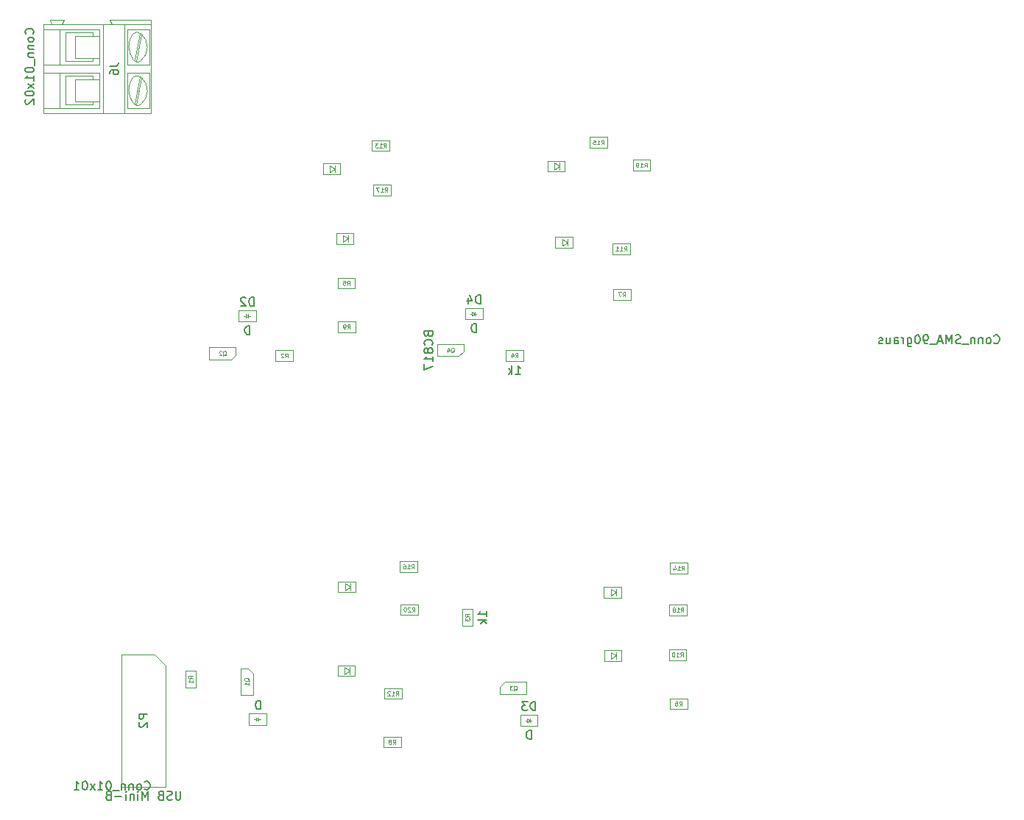
<source format=gbr>
G04 #@! TF.FileFunction,Other,Fab,Bot*
%FSLAX46Y46*%
G04 Gerber Fmt 4.6, Leading zero omitted, Abs format (unit mm)*
G04 Created by KiCad (PCBNEW 4.0.7-e2-6376~58~ubuntu16.04.1) date Fri Jul 20 08:47:31 2018*
%MOMM*%
%LPD*%
G01*
G04 APERTURE LIST*
%ADD10C,0.100000*%
%ADD11C,0.150000*%
%ADD12C,0.075000*%
G04 APERTURE END LIST*
D10*
X184740000Y-113400000D02*
X180930000Y-113400000D01*
X180930000Y-113400000D02*
X180930000Y-128640000D01*
X180930000Y-128640000D02*
X186010000Y-128640000D01*
X186010000Y-128640000D02*
X186010000Y-114670000D01*
X186010000Y-114670000D02*
X184740000Y-113400000D01*
X175600200Y-49749500D02*
X175600200Y-47209500D01*
X175600200Y-47209500D02*
X178390200Y-47209500D01*
X178390200Y-49749500D02*
X178390200Y-47209500D01*
X175600200Y-49749500D02*
X178390200Y-49749500D01*
X175600200Y-44749500D02*
X175600200Y-42209500D01*
X175600200Y-42209500D02*
X178390200Y-42209500D01*
X178390200Y-44749500D02*
X178390200Y-42209500D01*
X175600200Y-44749500D02*
X178390200Y-44749500D01*
X184360200Y-40879500D02*
X181310200Y-40879500D01*
X184360200Y-40879500D02*
X184360200Y-51069500D01*
X184360200Y-40879500D02*
X184360200Y-40379500D01*
X184360200Y-40379500D02*
X179540200Y-40379500D01*
X179540200Y-40379500D02*
X179790200Y-40879500D01*
X172680200Y-40379500D02*
X172930200Y-40879500D01*
X172930200Y-40879500D02*
X171920200Y-40879500D01*
X174330200Y-40379500D02*
X174080200Y-40879500D01*
X174080200Y-40879500D02*
X172930200Y-40879500D01*
X174330200Y-40379500D02*
X172680200Y-40379500D01*
X171920200Y-45509500D02*
X173820200Y-45509500D01*
X178390200Y-41439500D02*
X173820200Y-41439500D01*
X171920200Y-45509500D02*
X171920200Y-41439500D01*
X171920200Y-41439500D02*
X171920200Y-40879500D01*
X171920200Y-46449500D02*
X173820200Y-46449500D01*
X171920200Y-46449500D02*
X171920200Y-45509500D01*
X178390200Y-50509500D02*
X173820200Y-50509500D01*
X171920200Y-51069500D02*
X171920200Y-50509500D01*
X171920200Y-50509500D02*
X171920200Y-46449500D01*
X173820200Y-45509500D02*
X173820200Y-41439500D01*
X173820200Y-45509500D02*
X178390200Y-45509500D01*
X173820200Y-41439500D02*
X171920200Y-41439500D01*
X173820200Y-46449500D02*
X173820200Y-50509500D01*
X173820200Y-46449500D02*
X178390200Y-46449500D01*
X173820200Y-50509500D02*
X171920200Y-50509500D01*
X174460200Y-41819500D02*
X177630200Y-41819500D01*
X174460200Y-41819500D02*
X174460200Y-45129500D01*
X174460200Y-45129500D02*
X177630200Y-45129500D01*
X174460200Y-46829500D02*
X177630200Y-46829500D01*
X174460200Y-46829500D02*
X174460200Y-50129500D01*
X174460200Y-50129500D02*
X177630200Y-50129500D01*
X177630200Y-50129500D02*
X177630200Y-49749500D01*
X177630200Y-46829500D02*
X177630200Y-47209500D01*
X177630200Y-45129500D02*
X177630200Y-44749500D01*
X177630200Y-41819500D02*
X177630200Y-42209500D01*
X171920200Y-51069500D02*
X178780200Y-51069500D01*
X178780200Y-51069500D02*
X181310200Y-51069500D01*
X179790200Y-40879500D02*
X178780200Y-40879500D01*
X178780200Y-40879500D02*
X174080200Y-40879500D01*
X181310200Y-51069500D02*
X181310200Y-40879500D01*
X181310200Y-51069500D02*
X184360200Y-51069500D01*
X181310200Y-40879500D02*
X179790200Y-40879500D01*
X181570200Y-45509500D02*
X184110200Y-45509500D01*
X184110200Y-45509500D02*
X184110200Y-41439500D01*
X184110200Y-41439500D02*
X181570200Y-41439500D01*
X181570200Y-41439500D02*
X181570200Y-45509500D01*
X181570200Y-46449500D02*
X184110200Y-46449500D01*
X181570200Y-46449500D02*
X181570200Y-50509500D01*
X181570200Y-50509500D02*
X184110200Y-50509500D01*
X184110200Y-46449500D02*
X184110200Y-50509500D01*
X182590200Y-45099500D02*
X183220200Y-42049500D01*
X182460200Y-44969500D02*
X183090200Y-41929500D01*
X182590200Y-50109500D02*
X183220200Y-47049500D01*
X182460200Y-49979500D02*
X183090200Y-46929500D01*
X178390200Y-50509500D02*
X178390200Y-50129500D01*
X178390200Y-46449500D02*
X178390200Y-46829500D01*
X178390200Y-46829500D02*
X178390200Y-50129500D01*
X178780200Y-51069500D02*
X178780200Y-50129500D01*
X178780200Y-50129500D02*
X178780200Y-46829500D01*
X178780200Y-46829500D02*
X178780200Y-45129500D01*
X178780200Y-40879500D02*
X178780200Y-41819500D01*
X178780200Y-41819500D02*
X178780200Y-45129500D01*
X178390200Y-41439500D02*
X178390200Y-41819500D01*
X178390200Y-45509500D02*
X178390200Y-45129500D01*
X178390200Y-45129500D02*
X178390200Y-41819500D01*
X182216205Y-42003968D02*
G75*
G02X183190200Y-41949500I513995J-455532D01*
G01*
X182308463Y-44941833D02*
G75*
G02X182260200Y-41959500I1901737J1522333D01*
G01*
X183201887Y-41951261D02*
G75*
G02X183140200Y-45099500I-1351687J-1548239D01*
G01*
X183198899Y-45052472D02*
G75*
G02X182270200Y-44909500I-408699J432972D01*
G01*
X182226204Y-47003880D02*
G75*
G02X183190200Y-46959500I503996J-455620D01*
G01*
X182298782Y-49949329D02*
G75*
G02X182260200Y-46959500I1911418J1519829D01*
G01*
X183211734Y-46949524D02*
G75*
G02X183140200Y-50109500I-1361534J-1549976D01*
G01*
X183198899Y-50052472D02*
G75*
G02X182270200Y-49909500I-408699J432972D01*
G01*
X196053780Y-115588640D02*
X196053780Y-118038640D01*
X195503780Y-115018640D02*
X194653780Y-115018640D01*
X196053780Y-115588640D02*
X195503780Y-115018640D01*
X194653780Y-115018640D02*
X194653780Y-118058640D01*
X196053780Y-118058640D02*
X194653780Y-118058640D01*
X225050000Y-116600000D02*
X227500000Y-116600000D01*
X224480000Y-117150000D02*
X224480000Y-118000000D01*
X225050000Y-116600000D02*
X224480000Y-117150000D01*
X224480000Y-118000000D02*
X227520000Y-118000000D01*
X227520000Y-116600000D02*
X227520000Y-118000000D01*
X193507240Y-79473920D02*
X191057240Y-79473920D01*
X194077240Y-78923920D02*
X194077240Y-78073920D01*
X193507240Y-79473920D02*
X194077240Y-78923920D01*
X194077240Y-78073920D02*
X191037240Y-78073920D01*
X191037240Y-79473920D02*
X191037240Y-78073920D01*
X219737820Y-79090380D02*
X217287820Y-79090380D01*
X220307820Y-78540380D02*
X220307820Y-77690380D01*
X219737820Y-79090380D02*
X220307820Y-78540380D01*
X220307820Y-77690380D02*
X217267820Y-77690380D01*
X217267820Y-79090380D02*
X217267820Y-77690380D01*
X196393300Y-120869340D02*
X196193300Y-120869340D01*
X196693300Y-120869340D02*
X196893300Y-120869340D01*
X196693300Y-120669340D02*
X196693300Y-121069340D01*
X196393300Y-121069340D02*
X196393300Y-120669340D01*
X196693300Y-120869340D02*
X196393300Y-121069340D01*
X196393300Y-120669340D02*
X196693300Y-120869340D01*
X197593300Y-121519340D02*
X197593300Y-120219340D01*
X195593300Y-121519340D02*
X197593300Y-121519340D01*
X195593300Y-120219340D02*
X195593300Y-121519340D01*
X197593300Y-120219340D02*
X195593300Y-120219340D01*
X195222360Y-74453380D02*
X195022360Y-74453380D01*
X195522360Y-74453380D02*
X195722360Y-74453380D01*
X195522360Y-74253380D02*
X195522360Y-74653380D01*
X195222360Y-74653380D02*
X195222360Y-74253380D01*
X195522360Y-74453380D02*
X195222360Y-74653380D01*
X195222360Y-74253380D02*
X195522360Y-74453380D01*
X196422360Y-75103380D02*
X196422360Y-73803380D01*
X194422360Y-75103380D02*
X196422360Y-75103380D01*
X194422360Y-73803380D02*
X194422360Y-75103380D01*
X196422360Y-73803380D02*
X194422360Y-73803380D01*
X227597200Y-121009040D02*
X227397200Y-121009040D01*
X227897200Y-121009040D02*
X228097200Y-121009040D01*
X227897200Y-120809040D02*
X227897200Y-121209040D01*
X227597200Y-121209040D02*
X227597200Y-120809040D01*
X227897200Y-121009040D02*
X227597200Y-121209040D01*
X227597200Y-120809040D02*
X227897200Y-121009040D01*
X228797200Y-121659040D02*
X228797200Y-120359040D01*
X226797200Y-121659040D02*
X228797200Y-121659040D01*
X226797200Y-120359040D02*
X226797200Y-121659040D01*
X228797200Y-120359040D02*
X226797200Y-120359040D01*
X221272600Y-74189220D02*
X221072600Y-74189220D01*
X221572600Y-74189220D02*
X221772600Y-74189220D01*
X221572600Y-73989220D02*
X221572600Y-74389220D01*
X221272600Y-74389220D02*
X221272600Y-73989220D01*
X221572600Y-74189220D02*
X221272600Y-74389220D01*
X221272600Y-73989220D02*
X221572600Y-74189220D01*
X222472600Y-74839220D02*
X222472600Y-73539220D01*
X220472600Y-74839220D02*
X222472600Y-74839220D01*
X220472600Y-73539220D02*
X220472600Y-74839220D01*
X222472600Y-73539220D02*
X220472600Y-73539220D01*
X207200000Y-114900000D02*
X207200000Y-115700000D01*
X207200000Y-115300000D02*
X206600000Y-114900000D01*
X206600000Y-115700000D02*
X207200000Y-115300000D01*
X206600000Y-114900000D02*
X206600000Y-115700000D01*
X207800000Y-115920000D02*
X207800000Y-114680000D01*
X205800000Y-115920000D02*
X207800000Y-115920000D01*
X205800000Y-114680000D02*
X205800000Y-115920000D01*
X207800000Y-114680000D02*
X205800000Y-114680000D01*
X207018680Y-65135440D02*
X207018680Y-65935440D01*
X207018680Y-65535440D02*
X206418680Y-65135440D01*
X206418680Y-65935440D02*
X207018680Y-65535440D01*
X206418680Y-65135440D02*
X206418680Y-65935440D01*
X207618680Y-66155440D02*
X207618680Y-64915440D01*
X205618680Y-66155440D02*
X207618680Y-66155440D01*
X205618680Y-64915440D02*
X205618680Y-66155440D01*
X207618680Y-64915440D02*
X205618680Y-64915440D01*
X237851740Y-113138900D02*
X237851740Y-113938900D01*
X237851740Y-113538900D02*
X237251740Y-113138900D01*
X237251740Y-113938900D02*
X237851740Y-113538900D01*
X237251740Y-113138900D02*
X237251740Y-113938900D01*
X238451740Y-114158900D02*
X238451740Y-112918900D01*
X236451740Y-114158900D02*
X238451740Y-114158900D01*
X236451740Y-112918900D02*
X236451740Y-114158900D01*
X238451740Y-112918900D02*
X236451740Y-112918900D01*
X232220560Y-65582480D02*
X232220560Y-66382480D01*
X232220560Y-65982480D02*
X231620560Y-65582480D01*
X231620560Y-66382480D02*
X232220560Y-65982480D01*
X231620560Y-65582480D02*
X231620560Y-66382480D01*
X232820560Y-66602480D02*
X232820560Y-65362480D01*
X230820560Y-66602480D02*
X232820560Y-66602480D01*
X230820560Y-65362480D02*
X230820560Y-66602480D01*
X232820560Y-65362480D02*
X230820560Y-65362480D01*
X207229500Y-105224260D02*
X207229500Y-106024260D01*
X207229500Y-105624260D02*
X206629500Y-105224260D01*
X206629500Y-106024260D02*
X207229500Y-105624260D01*
X206629500Y-105224260D02*
X206629500Y-106024260D01*
X207829500Y-106244260D02*
X207829500Y-105004260D01*
X205829500Y-106244260D02*
X207829500Y-106244260D01*
X205829500Y-105004260D02*
X205829500Y-106244260D01*
X207829500Y-105004260D02*
X205829500Y-105004260D01*
X205515000Y-57119200D02*
X205515000Y-57919200D01*
X205515000Y-57519200D02*
X204915000Y-57119200D01*
X204915000Y-57919200D02*
X205515000Y-57519200D01*
X204915000Y-57119200D02*
X204915000Y-57919200D01*
X206115000Y-58139200D02*
X206115000Y-56899200D01*
X204115000Y-58139200D02*
X206115000Y-58139200D01*
X204115000Y-56899200D02*
X204115000Y-58139200D01*
X206115000Y-56899200D02*
X204115000Y-56899200D01*
X237811100Y-105869420D02*
X237811100Y-106669420D01*
X237811100Y-106269420D02*
X237211100Y-105869420D01*
X237211100Y-106669420D02*
X237811100Y-106269420D01*
X237211100Y-105869420D02*
X237211100Y-106669420D01*
X238411100Y-106889420D02*
X238411100Y-105649420D01*
X236411100Y-106889420D02*
X238411100Y-106889420D01*
X236411100Y-105649420D02*
X236411100Y-106889420D01*
X238411100Y-105649420D02*
X236411100Y-105649420D01*
X231326480Y-56809320D02*
X231326480Y-57609320D01*
X231326480Y-57209320D02*
X230726480Y-56809320D01*
X230726480Y-57609320D02*
X231326480Y-57209320D01*
X230726480Y-56809320D02*
X230726480Y-57609320D01*
X231926480Y-57829320D02*
X231926480Y-56589320D01*
X229926480Y-57829320D02*
X231926480Y-57829320D01*
X229926480Y-56589320D02*
X229926480Y-57829320D01*
X231926480Y-56589320D02*
X229926480Y-56589320D01*
X207786320Y-71296400D02*
X207786320Y-70056400D01*
X205786320Y-71296400D02*
X207786320Y-71296400D01*
X205786320Y-70056400D02*
X205786320Y-71296400D01*
X207786320Y-70056400D02*
X205786320Y-70056400D01*
X243893940Y-112824920D02*
X243893940Y-114064920D01*
X245893940Y-112824920D02*
X243893940Y-112824920D01*
X245893940Y-114064920D02*
X245893940Y-112824920D01*
X243893940Y-114064920D02*
X245893940Y-114064920D01*
X211150800Y-117302940D02*
X211150800Y-118542940D01*
X213150800Y-117302940D02*
X211150800Y-117302940D01*
X213150800Y-118542940D02*
X213150800Y-117302940D01*
X211150800Y-118542940D02*
X213150800Y-118542940D01*
X237414400Y-66119400D02*
X237414400Y-67359400D01*
X239414400Y-66119400D02*
X237414400Y-66119400D01*
X239414400Y-67359400D02*
X239414400Y-66119400D01*
X237414400Y-67359400D02*
X239414400Y-67359400D01*
X207842200Y-76325600D02*
X207842200Y-75085600D01*
X205842200Y-76325600D02*
X207842200Y-76325600D01*
X205842200Y-75085600D02*
X205842200Y-76325600D01*
X207842200Y-75085600D02*
X205842200Y-75085600D01*
X244003160Y-118466260D02*
X244003160Y-119706260D01*
X246003160Y-118466260D02*
X244003160Y-118466260D01*
X246003160Y-119706260D02*
X246003160Y-118466260D01*
X244003160Y-119706260D02*
X246003160Y-119706260D01*
X211066980Y-122890940D02*
X211066980Y-124130940D01*
X213066980Y-122890940D02*
X211066980Y-122890940D01*
X213066980Y-124130940D02*
X213066980Y-122890940D01*
X211066980Y-124130940D02*
X213066980Y-124130940D01*
X237490600Y-71377200D02*
X237490600Y-72617200D01*
X239490600Y-71377200D02*
X237490600Y-71377200D01*
X239490600Y-72617200D02*
X239490600Y-71377200D01*
X237490600Y-72617200D02*
X239490600Y-72617200D01*
X209900000Y-59330000D02*
X209900000Y-60570000D01*
X211900000Y-59330000D02*
X209900000Y-59330000D01*
X211900000Y-60570000D02*
X211900000Y-59330000D01*
X209900000Y-60570000D02*
X211900000Y-60570000D01*
X244041260Y-102883360D02*
X244041260Y-104123360D01*
X246041260Y-102883360D02*
X244041260Y-102883360D01*
X246041260Y-104123360D02*
X246041260Y-102883360D01*
X244041260Y-104123360D02*
X246041260Y-104123360D01*
X239750000Y-56480000D02*
X239750000Y-57720000D01*
X241750000Y-56480000D02*
X239750000Y-56480000D01*
X241750000Y-57720000D02*
X241750000Y-56480000D01*
X239750000Y-57720000D02*
X241750000Y-57720000D01*
X209750000Y-54205000D02*
X209750000Y-55445000D01*
X211750000Y-54205000D02*
X209750000Y-54205000D01*
X211750000Y-55445000D02*
X211750000Y-54205000D01*
X209750000Y-55445000D02*
X211750000Y-55445000D01*
X243965060Y-107683960D02*
X243965060Y-108923960D01*
X245965060Y-107683960D02*
X243965060Y-107683960D01*
X245965060Y-108923960D02*
X245965060Y-107683960D01*
X243965060Y-108923960D02*
X245965060Y-108923960D01*
X213025000Y-107630000D02*
X213025000Y-108870000D01*
X215025000Y-107630000D02*
X213025000Y-107630000D01*
X215025000Y-108870000D02*
X215025000Y-107630000D01*
X213025000Y-108870000D02*
X215025000Y-108870000D01*
X236775000Y-55095000D02*
X236775000Y-53855000D01*
X234775000Y-55095000D02*
X236775000Y-55095000D01*
X234775000Y-53855000D02*
X234775000Y-55095000D01*
X236775000Y-53855000D02*
X234775000Y-53855000D01*
X189524720Y-115274480D02*
X188284720Y-115274480D01*
X189524720Y-117274480D02*
X189524720Y-115274480D01*
X188284720Y-117274480D02*
X189524720Y-117274480D01*
X188284720Y-115274480D02*
X188284720Y-117274480D01*
X221348380Y-108149780D02*
X220108380Y-108149780D01*
X221348380Y-110149780D02*
X221348380Y-108149780D01*
X220108380Y-110149780D02*
X221348380Y-110149780D01*
X220108380Y-108149780D02*
X220108380Y-110149780D01*
X200661620Y-79650460D02*
X200661620Y-78410460D01*
X198661620Y-79650460D02*
X200661620Y-79650460D01*
X198661620Y-78410460D02*
X198661620Y-79650460D01*
X200661620Y-78410460D02*
X198661620Y-78410460D01*
X227146200Y-79602200D02*
X227146200Y-78362200D01*
X225146200Y-79602200D02*
X227146200Y-79602200D01*
X225146200Y-78362200D02*
X225146200Y-79602200D01*
X227146200Y-78362200D02*
X225146200Y-78362200D01*
X212954200Y-102705560D02*
X212954200Y-103945560D01*
X214954200Y-102705560D02*
X212954200Y-102705560D01*
X214954200Y-103945560D02*
X214954200Y-102705560D01*
X212954200Y-103945560D02*
X214954200Y-103945560D01*
D11*
X187731904Y-129152381D02*
X187731904Y-129961905D01*
X187684285Y-130057143D01*
X187636666Y-130104762D01*
X187541428Y-130152381D01*
X187350951Y-130152381D01*
X187255713Y-130104762D01*
X187208094Y-130057143D01*
X187160475Y-129961905D01*
X187160475Y-129152381D01*
X186731904Y-130104762D02*
X186589047Y-130152381D01*
X186350951Y-130152381D01*
X186255713Y-130104762D01*
X186208094Y-130057143D01*
X186160475Y-129961905D01*
X186160475Y-129866667D01*
X186208094Y-129771429D01*
X186255713Y-129723810D01*
X186350951Y-129676190D01*
X186541428Y-129628571D01*
X186636666Y-129580952D01*
X186684285Y-129533333D01*
X186731904Y-129438095D01*
X186731904Y-129342857D01*
X186684285Y-129247619D01*
X186636666Y-129200000D01*
X186541428Y-129152381D01*
X186303332Y-129152381D01*
X186160475Y-129200000D01*
X185398570Y-129628571D02*
X185255713Y-129676190D01*
X185208094Y-129723810D01*
X185160475Y-129819048D01*
X185160475Y-129961905D01*
X185208094Y-130057143D01*
X185255713Y-130104762D01*
X185350951Y-130152381D01*
X185731904Y-130152381D01*
X185731904Y-129152381D01*
X185398570Y-129152381D01*
X185303332Y-129200000D01*
X185255713Y-129247619D01*
X185208094Y-129342857D01*
X185208094Y-129438095D01*
X185255713Y-129533333D01*
X185303332Y-129580952D01*
X185398570Y-129628571D01*
X185731904Y-129628571D01*
X183969999Y-130152381D02*
X183969999Y-129152381D01*
X183636665Y-129866667D01*
X183303332Y-129152381D01*
X183303332Y-130152381D01*
X182827142Y-130152381D02*
X182827142Y-129485714D01*
X182827142Y-129152381D02*
X182874761Y-129200000D01*
X182827142Y-129247619D01*
X182779523Y-129200000D01*
X182827142Y-129152381D01*
X182827142Y-129247619D01*
X182350952Y-129485714D02*
X182350952Y-130152381D01*
X182350952Y-129580952D02*
X182303333Y-129533333D01*
X182208095Y-129485714D01*
X182065237Y-129485714D01*
X181969999Y-129533333D01*
X181922380Y-129628571D01*
X181922380Y-130152381D01*
X181446190Y-130152381D02*
X181446190Y-129485714D01*
X181446190Y-129152381D02*
X181493809Y-129200000D01*
X181446190Y-129247619D01*
X181398571Y-129200000D01*
X181446190Y-129152381D01*
X181446190Y-129247619D01*
X180970000Y-129771429D02*
X180208095Y-129771429D01*
X179398571Y-129628571D02*
X179255714Y-129676190D01*
X179208095Y-129723810D01*
X179160476Y-129819048D01*
X179160476Y-129961905D01*
X179208095Y-130057143D01*
X179255714Y-130104762D01*
X179350952Y-130152381D01*
X179731905Y-130152381D01*
X179731905Y-129152381D01*
X179398571Y-129152381D01*
X179303333Y-129200000D01*
X179255714Y-129247619D01*
X179208095Y-129342857D01*
X179208095Y-129438095D01*
X179255714Y-129533333D01*
X179303333Y-129580952D01*
X179398571Y-129628571D01*
X179731905Y-129628571D01*
X183922381Y-120281905D02*
X182922381Y-120281905D01*
X182922381Y-120662858D01*
X182970000Y-120758096D01*
X183017619Y-120805715D01*
X183112857Y-120853334D01*
X183255714Y-120853334D01*
X183350952Y-120805715D01*
X183398571Y-120758096D01*
X183446190Y-120662858D01*
X183446190Y-120281905D01*
X183017619Y-121234286D02*
X182970000Y-121281905D01*
X182922381Y-121377143D01*
X182922381Y-121615239D01*
X182970000Y-121710477D01*
X183017619Y-121758096D01*
X183112857Y-121805715D01*
X183208095Y-121805715D01*
X183350952Y-121758096D01*
X183922381Y-121186667D01*
X183922381Y-121805715D01*
X183578095Y-128907143D02*
X183625714Y-128954762D01*
X183768571Y-129002381D01*
X183863809Y-129002381D01*
X184006667Y-128954762D01*
X184101905Y-128859524D01*
X184149524Y-128764286D01*
X184197143Y-128573810D01*
X184197143Y-128430952D01*
X184149524Y-128240476D01*
X184101905Y-128145238D01*
X184006667Y-128050000D01*
X183863809Y-128002381D01*
X183768571Y-128002381D01*
X183625714Y-128050000D01*
X183578095Y-128097619D01*
X183006667Y-129002381D02*
X183101905Y-128954762D01*
X183149524Y-128907143D01*
X183197143Y-128811905D01*
X183197143Y-128526190D01*
X183149524Y-128430952D01*
X183101905Y-128383333D01*
X183006667Y-128335714D01*
X182863809Y-128335714D01*
X182768571Y-128383333D01*
X182720952Y-128430952D01*
X182673333Y-128526190D01*
X182673333Y-128811905D01*
X182720952Y-128907143D01*
X182768571Y-128954762D01*
X182863809Y-129002381D01*
X183006667Y-129002381D01*
X182244762Y-128335714D02*
X182244762Y-129002381D01*
X182244762Y-128430952D02*
X182197143Y-128383333D01*
X182101905Y-128335714D01*
X181959047Y-128335714D01*
X181863809Y-128383333D01*
X181816190Y-128478571D01*
X181816190Y-129002381D01*
X181340000Y-128335714D02*
X181340000Y-129002381D01*
X181340000Y-128430952D02*
X181292381Y-128383333D01*
X181197143Y-128335714D01*
X181054285Y-128335714D01*
X180959047Y-128383333D01*
X180911428Y-128478571D01*
X180911428Y-129002381D01*
X180673333Y-129097619D02*
X179911428Y-129097619D01*
X179482857Y-128002381D02*
X179387618Y-128002381D01*
X179292380Y-128050000D01*
X179244761Y-128097619D01*
X179197142Y-128192857D01*
X179149523Y-128383333D01*
X179149523Y-128621429D01*
X179197142Y-128811905D01*
X179244761Y-128907143D01*
X179292380Y-128954762D01*
X179387618Y-129002381D01*
X179482857Y-129002381D01*
X179578095Y-128954762D01*
X179625714Y-128907143D01*
X179673333Y-128811905D01*
X179720952Y-128621429D01*
X179720952Y-128383333D01*
X179673333Y-128192857D01*
X179625714Y-128097619D01*
X179578095Y-128050000D01*
X179482857Y-128002381D01*
X178197142Y-129002381D02*
X178768571Y-129002381D01*
X178482857Y-129002381D02*
X178482857Y-128002381D01*
X178578095Y-128145238D01*
X178673333Y-128240476D01*
X178768571Y-128288095D01*
X177863809Y-129002381D02*
X177339999Y-128335714D01*
X177863809Y-128335714D02*
X177339999Y-129002381D01*
X176768571Y-128002381D02*
X176673332Y-128002381D01*
X176578094Y-128050000D01*
X176530475Y-128097619D01*
X176482856Y-128192857D01*
X176435237Y-128383333D01*
X176435237Y-128621429D01*
X176482856Y-128811905D01*
X176530475Y-128907143D01*
X176578094Y-128954762D01*
X176673332Y-129002381D01*
X176768571Y-129002381D01*
X176863809Y-128954762D01*
X176911428Y-128907143D01*
X176959047Y-128811905D01*
X177006666Y-128621429D01*
X177006666Y-128383333D01*
X176959047Y-128192857D01*
X176911428Y-128097619D01*
X176863809Y-128050000D01*
X176768571Y-128002381D01*
X175482856Y-129002381D02*
X176054285Y-129002381D01*
X175768571Y-129002381D02*
X175768571Y-128002381D01*
X175863809Y-128145238D01*
X175959047Y-128240476D01*
X176054285Y-128288095D01*
X170747343Y-41971405D02*
X170794962Y-41923786D01*
X170842581Y-41780929D01*
X170842581Y-41685691D01*
X170794962Y-41542833D01*
X170699724Y-41447595D01*
X170604486Y-41399976D01*
X170414010Y-41352357D01*
X170271152Y-41352357D01*
X170080676Y-41399976D01*
X169985438Y-41447595D01*
X169890200Y-41542833D01*
X169842581Y-41685691D01*
X169842581Y-41780929D01*
X169890200Y-41923786D01*
X169937819Y-41971405D01*
X170842581Y-42542833D02*
X170794962Y-42447595D01*
X170747343Y-42399976D01*
X170652105Y-42352357D01*
X170366390Y-42352357D01*
X170271152Y-42399976D01*
X170223533Y-42447595D01*
X170175914Y-42542833D01*
X170175914Y-42685691D01*
X170223533Y-42780929D01*
X170271152Y-42828548D01*
X170366390Y-42876167D01*
X170652105Y-42876167D01*
X170747343Y-42828548D01*
X170794962Y-42780929D01*
X170842581Y-42685691D01*
X170842581Y-42542833D01*
X170175914Y-43304738D02*
X170842581Y-43304738D01*
X170271152Y-43304738D02*
X170223533Y-43352357D01*
X170175914Y-43447595D01*
X170175914Y-43590453D01*
X170223533Y-43685691D01*
X170318771Y-43733310D01*
X170842581Y-43733310D01*
X170175914Y-44209500D02*
X170842581Y-44209500D01*
X170271152Y-44209500D02*
X170223533Y-44257119D01*
X170175914Y-44352357D01*
X170175914Y-44495215D01*
X170223533Y-44590453D01*
X170318771Y-44638072D01*
X170842581Y-44638072D01*
X170937819Y-44876167D02*
X170937819Y-45638072D01*
X169842581Y-46066643D02*
X169842581Y-46161882D01*
X169890200Y-46257120D01*
X169937819Y-46304739D01*
X170033057Y-46352358D01*
X170223533Y-46399977D01*
X170461629Y-46399977D01*
X170652105Y-46352358D01*
X170747343Y-46304739D01*
X170794962Y-46257120D01*
X170842581Y-46161882D01*
X170842581Y-46066643D01*
X170794962Y-45971405D01*
X170747343Y-45923786D01*
X170652105Y-45876167D01*
X170461629Y-45828548D01*
X170223533Y-45828548D01*
X170033057Y-45876167D01*
X169937819Y-45923786D01*
X169890200Y-45971405D01*
X169842581Y-46066643D01*
X170842581Y-47352358D02*
X170842581Y-46780929D01*
X170842581Y-47066643D02*
X169842581Y-47066643D01*
X169985438Y-46971405D01*
X170080676Y-46876167D01*
X170128295Y-46780929D01*
X170842581Y-47685691D02*
X170175914Y-48209501D01*
X170175914Y-47685691D02*
X170842581Y-48209501D01*
X169842581Y-48780929D02*
X169842581Y-48876168D01*
X169890200Y-48971406D01*
X169937819Y-49019025D01*
X170033057Y-49066644D01*
X170223533Y-49114263D01*
X170461629Y-49114263D01*
X170652105Y-49066644D01*
X170747343Y-49019025D01*
X170794962Y-48971406D01*
X170842581Y-48876168D01*
X170842581Y-48780929D01*
X170794962Y-48685691D01*
X170747343Y-48638072D01*
X170652105Y-48590453D01*
X170461629Y-48542834D01*
X170223533Y-48542834D01*
X170033057Y-48590453D01*
X169937819Y-48638072D01*
X169890200Y-48685691D01*
X169842581Y-48780929D01*
X169937819Y-49495215D02*
X169890200Y-49542834D01*
X169842581Y-49638072D01*
X169842581Y-49876168D01*
X169890200Y-49971406D01*
X169937819Y-50019025D01*
X170033057Y-50066644D01*
X170128295Y-50066644D01*
X170271152Y-50019025D01*
X170842581Y-49447596D01*
X170842581Y-50066644D01*
X179592581Y-45656167D02*
X180306867Y-45656167D01*
X180449724Y-45608547D01*
X180544962Y-45513309D01*
X180592581Y-45370452D01*
X180592581Y-45275214D01*
X179592581Y-46560929D02*
X179592581Y-46370452D01*
X179640200Y-46275214D01*
X179687819Y-46227595D01*
X179830676Y-46132357D01*
X180021152Y-46084738D01*
X180402105Y-46084738D01*
X180497343Y-46132357D01*
X180544962Y-46179976D01*
X180592581Y-46275214D01*
X180592581Y-46465691D01*
X180544962Y-46560929D01*
X180497343Y-46608548D01*
X180402105Y-46656167D01*
X180164010Y-46656167D01*
X180068771Y-46608548D01*
X180021152Y-46560929D01*
X179973533Y-46465691D01*
X179973533Y-46275214D01*
X180021152Y-46179976D01*
X180068771Y-46132357D01*
X180164010Y-46084738D01*
D12*
X195627590Y-116491021D02*
X195603780Y-116443402D01*
X195556161Y-116395783D01*
X195484732Y-116324354D01*
X195460923Y-116276735D01*
X195460923Y-116229116D01*
X195579970Y-116252926D02*
X195556161Y-116205307D01*
X195508542Y-116157688D01*
X195413304Y-116133878D01*
X195246637Y-116133878D01*
X195151399Y-116157688D01*
X195103780Y-116205307D01*
X195079970Y-116252926D01*
X195079970Y-116348164D01*
X195103780Y-116395783D01*
X195151399Y-116443402D01*
X195246637Y-116467211D01*
X195413304Y-116467211D01*
X195508542Y-116443402D01*
X195556161Y-116395783D01*
X195579970Y-116348164D01*
X195579970Y-116252926D01*
X195579970Y-116943402D02*
X195579970Y-116657688D01*
X195579970Y-116800545D02*
X195079970Y-116800545D01*
X195151399Y-116752926D01*
X195199018Y-116705307D01*
X195222828Y-116657688D01*
X226047619Y-117573810D02*
X226095238Y-117550000D01*
X226142857Y-117502381D01*
X226214286Y-117430952D01*
X226261905Y-117407143D01*
X226309524Y-117407143D01*
X226285714Y-117526190D02*
X226333333Y-117502381D01*
X226380952Y-117454762D01*
X226404762Y-117359524D01*
X226404762Y-117192857D01*
X226380952Y-117097619D01*
X226333333Y-117050000D01*
X226285714Y-117026190D01*
X226190476Y-117026190D01*
X226142857Y-117050000D01*
X226095238Y-117097619D01*
X226071429Y-117192857D01*
X226071429Y-117359524D01*
X226095238Y-117454762D01*
X226142857Y-117502381D01*
X226190476Y-117526190D01*
X226285714Y-117526190D01*
X225904761Y-117026190D02*
X225595238Y-117026190D01*
X225761904Y-117216667D01*
X225690476Y-117216667D01*
X225642857Y-117240476D01*
X225619047Y-117264286D01*
X225595238Y-117311905D01*
X225595238Y-117430952D01*
X225619047Y-117478571D01*
X225642857Y-117502381D01*
X225690476Y-117526190D01*
X225833333Y-117526190D01*
X225880952Y-117502381D01*
X225904761Y-117478571D01*
X192604859Y-79047730D02*
X192652478Y-79023920D01*
X192700097Y-78976301D01*
X192771526Y-78904872D01*
X192819145Y-78881063D01*
X192866764Y-78881063D01*
X192842954Y-79000110D02*
X192890573Y-78976301D01*
X192938192Y-78928682D01*
X192962002Y-78833444D01*
X192962002Y-78666777D01*
X192938192Y-78571539D01*
X192890573Y-78523920D01*
X192842954Y-78500110D01*
X192747716Y-78500110D01*
X192700097Y-78523920D01*
X192652478Y-78571539D01*
X192628669Y-78666777D01*
X192628669Y-78833444D01*
X192652478Y-78928682D01*
X192700097Y-78976301D01*
X192747716Y-79000110D01*
X192842954Y-79000110D01*
X192438192Y-78547730D02*
X192414382Y-78523920D01*
X192366763Y-78500110D01*
X192247716Y-78500110D01*
X192200097Y-78523920D01*
X192176287Y-78547730D01*
X192152478Y-78595349D01*
X192152478Y-78642968D01*
X192176287Y-78714396D01*
X192462001Y-79000110D01*
X192152478Y-79000110D01*
D11*
X216216391Y-76533238D02*
X216264010Y-76676095D01*
X216311630Y-76723714D01*
X216406868Y-76771333D01*
X216549725Y-76771333D01*
X216644963Y-76723714D01*
X216692582Y-76676095D01*
X216740201Y-76580857D01*
X216740201Y-76199904D01*
X215740201Y-76199904D01*
X215740201Y-76533238D01*
X215787820Y-76628476D01*
X215835439Y-76676095D01*
X215930677Y-76723714D01*
X216025915Y-76723714D01*
X216121153Y-76676095D01*
X216168772Y-76628476D01*
X216216391Y-76533238D01*
X216216391Y-76199904D01*
X216644963Y-77771333D02*
X216692582Y-77723714D01*
X216740201Y-77580857D01*
X216740201Y-77485619D01*
X216692582Y-77342761D01*
X216597344Y-77247523D01*
X216502106Y-77199904D01*
X216311630Y-77152285D01*
X216168772Y-77152285D01*
X215978296Y-77199904D01*
X215883058Y-77247523D01*
X215787820Y-77342761D01*
X215740201Y-77485619D01*
X215740201Y-77580857D01*
X215787820Y-77723714D01*
X215835439Y-77771333D01*
X216168772Y-78342761D02*
X216121153Y-78247523D01*
X216073534Y-78199904D01*
X215978296Y-78152285D01*
X215930677Y-78152285D01*
X215835439Y-78199904D01*
X215787820Y-78247523D01*
X215740201Y-78342761D01*
X215740201Y-78533238D01*
X215787820Y-78628476D01*
X215835439Y-78676095D01*
X215930677Y-78723714D01*
X215978296Y-78723714D01*
X216073534Y-78676095D01*
X216121153Y-78628476D01*
X216168772Y-78533238D01*
X216168772Y-78342761D01*
X216216391Y-78247523D01*
X216264010Y-78199904D01*
X216359249Y-78152285D01*
X216549725Y-78152285D01*
X216644963Y-78199904D01*
X216692582Y-78247523D01*
X216740201Y-78342761D01*
X216740201Y-78533238D01*
X216692582Y-78628476D01*
X216644963Y-78676095D01*
X216549725Y-78723714D01*
X216359249Y-78723714D01*
X216264010Y-78676095D01*
X216216391Y-78628476D01*
X216168772Y-78533238D01*
X216740201Y-79676095D02*
X216740201Y-79104666D01*
X216740201Y-79390380D02*
X215740201Y-79390380D01*
X215883058Y-79295142D01*
X215978296Y-79199904D01*
X216025915Y-79104666D01*
X215740201Y-80009428D02*
X215740201Y-80676095D01*
X216740201Y-80247523D01*
D12*
X218835439Y-78664190D02*
X218883058Y-78640380D01*
X218930677Y-78592761D01*
X219002106Y-78521332D01*
X219049725Y-78497523D01*
X219097344Y-78497523D01*
X219073534Y-78616570D02*
X219121153Y-78592761D01*
X219168772Y-78545142D01*
X219192582Y-78449904D01*
X219192582Y-78283237D01*
X219168772Y-78187999D01*
X219121153Y-78140380D01*
X219073534Y-78116570D01*
X218978296Y-78116570D01*
X218930677Y-78140380D01*
X218883058Y-78187999D01*
X218859249Y-78283237D01*
X218859249Y-78449904D01*
X218883058Y-78545142D01*
X218930677Y-78592761D01*
X218978296Y-78616570D01*
X219073534Y-78616570D01*
X218430677Y-78283237D02*
X218430677Y-78616570D01*
X218549724Y-78092761D02*
X218668772Y-78449904D01*
X218359248Y-78449904D01*
D11*
X281284324Y-77532643D02*
X281331943Y-77580262D01*
X281474800Y-77627881D01*
X281570038Y-77627881D01*
X281712896Y-77580262D01*
X281808134Y-77485024D01*
X281855753Y-77389786D01*
X281903372Y-77199310D01*
X281903372Y-77056452D01*
X281855753Y-76865976D01*
X281808134Y-76770738D01*
X281712896Y-76675500D01*
X281570038Y-76627881D01*
X281474800Y-76627881D01*
X281331943Y-76675500D01*
X281284324Y-76723119D01*
X280712896Y-77627881D02*
X280808134Y-77580262D01*
X280855753Y-77532643D01*
X280903372Y-77437405D01*
X280903372Y-77151690D01*
X280855753Y-77056452D01*
X280808134Y-77008833D01*
X280712896Y-76961214D01*
X280570038Y-76961214D01*
X280474800Y-77008833D01*
X280427181Y-77056452D01*
X280379562Y-77151690D01*
X280379562Y-77437405D01*
X280427181Y-77532643D01*
X280474800Y-77580262D01*
X280570038Y-77627881D01*
X280712896Y-77627881D01*
X279950991Y-76961214D02*
X279950991Y-77627881D01*
X279950991Y-77056452D02*
X279903372Y-77008833D01*
X279808134Y-76961214D01*
X279665276Y-76961214D01*
X279570038Y-77008833D01*
X279522419Y-77104071D01*
X279522419Y-77627881D01*
X279046229Y-76961214D02*
X279046229Y-77627881D01*
X279046229Y-77056452D02*
X278998610Y-77008833D01*
X278903372Y-76961214D01*
X278760514Y-76961214D01*
X278665276Y-77008833D01*
X278617657Y-77104071D01*
X278617657Y-77627881D01*
X278379562Y-77723119D02*
X277617657Y-77723119D01*
X277427181Y-77580262D02*
X277284324Y-77627881D01*
X277046228Y-77627881D01*
X276950990Y-77580262D01*
X276903371Y-77532643D01*
X276855752Y-77437405D01*
X276855752Y-77342167D01*
X276903371Y-77246929D01*
X276950990Y-77199310D01*
X277046228Y-77151690D01*
X277236705Y-77104071D01*
X277331943Y-77056452D01*
X277379562Y-77008833D01*
X277427181Y-76913595D01*
X277427181Y-76818357D01*
X277379562Y-76723119D01*
X277331943Y-76675500D01*
X277236705Y-76627881D01*
X276998609Y-76627881D01*
X276855752Y-76675500D01*
X276427181Y-77627881D02*
X276427181Y-76627881D01*
X276093847Y-77342167D01*
X275760514Y-76627881D01*
X275760514Y-77627881D01*
X275331943Y-77342167D02*
X274855752Y-77342167D01*
X275427181Y-77627881D02*
X275093848Y-76627881D01*
X274760514Y-77627881D01*
X274665276Y-77723119D02*
X273903371Y-77723119D01*
X273617657Y-77627881D02*
X273427181Y-77627881D01*
X273331942Y-77580262D01*
X273284323Y-77532643D01*
X273189085Y-77389786D01*
X273141466Y-77199310D01*
X273141466Y-76818357D01*
X273189085Y-76723119D01*
X273236704Y-76675500D01*
X273331942Y-76627881D01*
X273522419Y-76627881D01*
X273617657Y-76675500D01*
X273665276Y-76723119D01*
X273712895Y-76818357D01*
X273712895Y-77056452D01*
X273665276Y-77151690D01*
X273617657Y-77199310D01*
X273522419Y-77246929D01*
X273331942Y-77246929D01*
X273236704Y-77199310D01*
X273189085Y-77151690D01*
X273141466Y-77056452D01*
X272522419Y-76627881D02*
X272427180Y-76627881D01*
X272331942Y-76675500D01*
X272284323Y-76723119D01*
X272236704Y-76818357D01*
X272189085Y-77008833D01*
X272189085Y-77246929D01*
X272236704Y-77437405D01*
X272284323Y-77532643D01*
X272331942Y-77580262D01*
X272427180Y-77627881D01*
X272522419Y-77627881D01*
X272617657Y-77580262D01*
X272665276Y-77532643D01*
X272712895Y-77437405D01*
X272760514Y-77246929D01*
X272760514Y-77008833D01*
X272712895Y-76818357D01*
X272665276Y-76723119D01*
X272617657Y-76675500D01*
X272522419Y-76627881D01*
X271331942Y-76961214D02*
X271331942Y-77770738D01*
X271379561Y-77865976D01*
X271427180Y-77913595D01*
X271522419Y-77961214D01*
X271665276Y-77961214D01*
X271760514Y-77913595D01*
X271331942Y-77580262D02*
X271427180Y-77627881D01*
X271617657Y-77627881D01*
X271712895Y-77580262D01*
X271760514Y-77532643D01*
X271808133Y-77437405D01*
X271808133Y-77151690D01*
X271760514Y-77056452D01*
X271712895Y-77008833D01*
X271617657Y-76961214D01*
X271427180Y-76961214D01*
X271331942Y-77008833D01*
X270855752Y-77627881D02*
X270855752Y-76961214D01*
X270855752Y-77151690D02*
X270808133Y-77056452D01*
X270760514Y-77008833D01*
X270665276Y-76961214D01*
X270570037Y-76961214D01*
X269808132Y-77627881D02*
X269808132Y-77104071D01*
X269855751Y-77008833D01*
X269950989Y-76961214D01*
X270141466Y-76961214D01*
X270236704Y-77008833D01*
X269808132Y-77580262D02*
X269903370Y-77627881D01*
X270141466Y-77627881D01*
X270236704Y-77580262D01*
X270284323Y-77485024D01*
X270284323Y-77389786D01*
X270236704Y-77294548D01*
X270141466Y-77246929D01*
X269903370Y-77246929D01*
X269808132Y-77199310D01*
X268903370Y-76961214D02*
X268903370Y-77627881D01*
X269331942Y-76961214D02*
X269331942Y-77485024D01*
X269284323Y-77580262D01*
X269189085Y-77627881D01*
X269046227Y-77627881D01*
X268950989Y-77580262D01*
X268903370Y-77532643D01*
X268474799Y-77580262D02*
X268379561Y-77627881D01*
X268189085Y-77627881D01*
X268093846Y-77580262D01*
X268046227Y-77485024D01*
X268046227Y-77437405D01*
X268093846Y-77342167D01*
X268189085Y-77294548D01*
X268331942Y-77294548D01*
X268427180Y-77246929D01*
X268474799Y-77151690D01*
X268474799Y-77104071D01*
X268427180Y-77008833D01*
X268331942Y-76961214D01*
X268189085Y-76961214D01*
X268093846Y-77008833D01*
X196931905Y-119722381D02*
X196931905Y-118722381D01*
X196693810Y-118722381D01*
X196550952Y-118770000D01*
X196455714Y-118865238D01*
X196408095Y-118960476D01*
X196360476Y-119150952D01*
X196360476Y-119293810D01*
X196408095Y-119484286D01*
X196455714Y-119579524D01*
X196550952Y-119674762D01*
X196693810Y-119722381D01*
X196931905Y-119722381D01*
X195684265Y-76605761D02*
X195684265Y-75605761D01*
X195446170Y-75605761D01*
X195303312Y-75653380D01*
X195208074Y-75748618D01*
X195160455Y-75843856D01*
X195112836Y-76034332D01*
X195112836Y-76177190D01*
X195160455Y-76367666D01*
X195208074Y-76462904D01*
X195303312Y-76558142D01*
X195446170Y-76605761D01*
X195684265Y-76605761D01*
X196160455Y-73305761D02*
X196160455Y-72305761D01*
X195922360Y-72305761D01*
X195779502Y-72353380D01*
X195684264Y-72448618D01*
X195636645Y-72543856D01*
X195589026Y-72734332D01*
X195589026Y-72877190D01*
X195636645Y-73067666D01*
X195684264Y-73162904D01*
X195779502Y-73258142D01*
X195922360Y-73305761D01*
X196160455Y-73305761D01*
X195208074Y-72400999D02*
X195160455Y-72353380D01*
X195065217Y-72305761D01*
X194827121Y-72305761D01*
X194731883Y-72353380D01*
X194684264Y-72400999D01*
X194636645Y-72496237D01*
X194636645Y-72591475D01*
X194684264Y-72734332D01*
X195255693Y-73305761D01*
X194636645Y-73305761D01*
X228059105Y-123161421D02*
X228059105Y-122161421D01*
X227821010Y-122161421D01*
X227678152Y-122209040D01*
X227582914Y-122304278D01*
X227535295Y-122399516D01*
X227487676Y-122589992D01*
X227487676Y-122732850D01*
X227535295Y-122923326D01*
X227582914Y-123018564D01*
X227678152Y-123113802D01*
X227821010Y-123161421D01*
X228059105Y-123161421D01*
X228535295Y-119861421D02*
X228535295Y-118861421D01*
X228297200Y-118861421D01*
X228154342Y-118909040D01*
X228059104Y-119004278D01*
X228011485Y-119099516D01*
X227963866Y-119289992D01*
X227963866Y-119432850D01*
X228011485Y-119623326D01*
X228059104Y-119718564D01*
X228154342Y-119813802D01*
X228297200Y-119861421D01*
X228535295Y-119861421D01*
X227630533Y-118861421D02*
X227011485Y-118861421D01*
X227344819Y-119242373D01*
X227201961Y-119242373D01*
X227106723Y-119289992D01*
X227059104Y-119337611D01*
X227011485Y-119432850D01*
X227011485Y-119670945D01*
X227059104Y-119766183D01*
X227106723Y-119813802D01*
X227201961Y-119861421D01*
X227487676Y-119861421D01*
X227582914Y-119813802D01*
X227630533Y-119766183D01*
X221734505Y-76341601D02*
X221734505Y-75341601D01*
X221496410Y-75341601D01*
X221353552Y-75389220D01*
X221258314Y-75484458D01*
X221210695Y-75579696D01*
X221163076Y-75770172D01*
X221163076Y-75913030D01*
X221210695Y-76103506D01*
X221258314Y-76198744D01*
X221353552Y-76293982D01*
X221496410Y-76341601D01*
X221734505Y-76341601D01*
X222210695Y-73041601D02*
X222210695Y-72041601D01*
X221972600Y-72041601D01*
X221829742Y-72089220D01*
X221734504Y-72184458D01*
X221686885Y-72279696D01*
X221639266Y-72470172D01*
X221639266Y-72613030D01*
X221686885Y-72803506D01*
X221734504Y-72898744D01*
X221829742Y-72993982D01*
X221972600Y-73041601D01*
X222210695Y-73041601D01*
X220782123Y-72374934D02*
X220782123Y-73041601D01*
X221020219Y-71993982D02*
X221258314Y-72708268D01*
X220639266Y-72708268D01*
D12*
X206869653Y-70902590D02*
X207036320Y-70664495D01*
X207155367Y-70902590D02*
X207155367Y-70402590D01*
X206964891Y-70402590D01*
X206917272Y-70426400D01*
X206893463Y-70450210D01*
X206869653Y-70497829D01*
X206869653Y-70569257D01*
X206893463Y-70616876D01*
X206917272Y-70640686D01*
X206964891Y-70664495D01*
X207155367Y-70664495D01*
X206417272Y-70402590D02*
X206655367Y-70402590D01*
X206679177Y-70640686D01*
X206655367Y-70616876D01*
X206607748Y-70593067D01*
X206488701Y-70593067D01*
X206441082Y-70616876D01*
X206417272Y-70640686D01*
X206393463Y-70688305D01*
X206393463Y-70807352D01*
X206417272Y-70854971D01*
X206441082Y-70878781D01*
X206488701Y-70902590D01*
X206607748Y-70902590D01*
X206655367Y-70878781D01*
X206679177Y-70854971D01*
X245215368Y-113671110D02*
X245382035Y-113433015D01*
X245501082Y-113671110D02*
X245501082Y-113171110D01*
X245310606Y-113171110D01*
X245262987Y-113194920D01*
X245239178Y-113218730D01*
X245215368Y-113266349D01*
X245215368Y-113337777D01*
X245239178Y-113385396D01*
X245262987Y-113409206D01*
X245310606Y-113433015D01*
X245501082Y-113433015D01*
X244739178Y-113671110D02*
X245024892Y-113671110D01*
X244882035Y-113671110D02*
X244882035Y-113171110D01*
X244929654Y-113242539D01*
X244977273Y-113290158D01*
X245024892Y-113313968D01*
X244429654Y-113171110D02*
X244382035Y-113171110D01*
X244334416Y-113194920D01*
X244310607Y-113218730D01*
X244286797Y-113266349D01*
X244262988Y-113361587D01*
X244262988Y-113480634D01*
X244286797Y-113575872D01*
X244310607Y-113623491D01*
X244334416Y-113647301D01*
X244382035Y-113671110D01*
X244429654Y-113671110D01*
X244477273Y-113647301D01*
X244501083Y-113623491D01*
X244524892Y-113575872D01*
X244548702Y-113480634D01*
X244548702Y-113361587D01*
X244524892Y-113266349D01*
X244501083Y-113218730D01*
X244477273Y-113194920D01*
X244429654Y-113171110D01*
X212472228Y-118149130D02*
X212638895Y-117911035D01*
X212757942Y-118149130D02*
X212757942Y-117649130D01*
X212567466Y-117649130D01*
X212519847Y-117672940D01*
X212496038Y-117696750D01*
X212472228Y-117744369D01*
X212472228Y-117815797D01*
X212496038Y-117863416D01*
X212519847Y-117887226D01*
X212567466Y-117911035D01*
X212757942Y-117911035D01*
X211996038Y-118149130D02*
X212281752Y-118149130D01*
X212138895Y-118149130D02*
X212138895Y-117649130D01*
X212186514Y-117720559D01*
X212234133Y-117768178D01*
X212281752Y-117791988D01*
X211805562Y-117696750D02*
X211781752Y-117672940D01*
X211734133Y-117649130D01*
X211615086Y-117649130D01*
X211567467Y-117672940D01*
X211543657Y-117696750D01*
X211519848Y-117744369D01*
X211519848Y-117791988D01*
X211543657Y-117863416D01*
X211829371Y-118149130D01*
X211519848Y-118149130D01*
X238735828Y-66965590D02*
X238902495Y-66727495D01*
X239021542Y-66965590D02*
X239021542Y-66465590D01*
X238831066Y-66465590D01*
X238783447Y-66489400D01*
X238759638Y-66513210D01*
X238735828Y-66560829D01*
X238735828Y-66632257D01*
X238759638Y-66679876D01*
X238783447Y-66703686D01*
X238831066Y-66727495D01*
X239021542Y-66727495D01*
X238259638Y-66965590D02*
X238545352Y-66965590D01*
X238402495Y-66965590D02*
X238402495Y-66465590D01*
X238450114Y-66537019D01*
X238497733Y-66584638D01*
X238545352Y-66608448D01*
X237783448Y-66965590D02*
X238069162Y-66965590D01*
X237926305Y-66965590D02*
X237926305Y-66465590D01*
X237973924Y-66537019D01*
X238021543Y-66584638D01*
X238069162Y-66608448D01*
X206925533Y-75931790D02*
X207092200Y-75693695D01*
X207211247Y-75931790D02*
X207211247Y-75431790D01*
X207020771Y-75431790D01*
X206973152Y-75455600D01*
X206949343Y-75479410D01*
X206925533Y-75527029D01*
X206925533Y-75598457D01*
X206949343Y-75646076D01*
X206973152Y-75669886D01*
X207020771Y-75693695D01*
X207211247Y-75693695D01*
X206687438Y-75931790D02*
X206592200Y-75931790D01*
X206544581Y-75907981D01*
X206520771Y-75884171D01*
X206473152Y-75812743D01*
X206449343Y-75717505D01*
X206449343Y-75527029D01*
X206473152Y-75479410D01*
X206496962Y-75455600D01*
X206544581Y-75431790D01*
X206639819Y-75431790D01*
X206687438Y-75455600D01*
X206711247Y-75479410D01*
X206735057Y-75527029D01*
X206735057Y-75646076D01*
X206711247Y-75693695D01*
X206687438Y-75717505D01*
X206639819Y-75741314D01*
X206544581Y-75741314D01*
X206496962Y-75717505D01*
X206473152Y-75693695D01*
X206449343Y-75646076D01*
X245086493Y-119312450D02*
X245253160Y-119074355D01*
X245372207Y-119312450D02*
X245372207Y-118812450D01*
X245181731Y-118812450D01*
X245134112Y-118836260D01*
X245110303Y-118860070D01*
X245086493Y-118907689D01*
X245086493Y-118979117D01*
X245110303Y-119026736D01*
X245134112Y-119050546D01*
X245181731Y-119074355D01*
X245372207Y-119074355D01*
X244657922Y-118812450D02*
X244753160Y-118812450D01*
X244800779Y-118836260D01*
X244824588Y-118860070D01*
X244872207Y-118931498D01*
X244896017Y-119026736D01*
X244896017Y-119217212D01*
X244872207Y-119264831D01*
X244848398Y-119288641D01*
X244800779Y-119312450D01*
X244705541Y-119312450D01*
X244657922Y-119288641D01*
X244634112Y-119264831D01*
X244610303Y-119217212D01*
X244610303Y-119098165D01*
X244634112Y-119050546D01*
X244657922Y-119026736D01*
X244705541Y-119002927D01*
X244800779Y-119002927D01*
X244848398Y-119026736D01*
X244872207Y-119050546D01*
X244896017Y-119098165D01*
X212150313Y-123737130D02*
X212316980Y-123499035D01*
X212436027Y-123737130D02*
X212436027Y-123237130D01*
X212245551Y-123237130D01*
X212197932Y-123260940D01*
X212174123Y-123284750D01*
X212150313Y-123332369D01*
X212150313Y-123403797D01*
X212174123Y-123451416D01*
X212197932Y-123475226D01*
X212245551Y-123499035D01*
X212436027Y-123499035D01*
X211864599Y-123451416D02*
X211912218Y-123427607D01*
X211936027Y-123403797D01*
X211959837Y-123356178D01*
X211959837Y-123332369D01*
X211936027Y-123284750D01*
X211912218Y-123260940D01*
X211864599Y-123237130D01*
X211769361Y-123237130D01*
X211721742Y-123260940D01*
X211697932Y-123284750D01*
X211674123Y-123332369D01*
X211674123Y-123356178D01*
X211697932Y-123403797D01*
X211721742Y-123427607D01*
X211769361Y-123451416D01*
X211864599Y-123451416D01*
X211912218Y-123475226D01*
X211936027Y-123499035D01*
X211959837Y-123546654D01*
X211959837Y-123641892D01*
X211936027Y-123689511D01*
X211912218Y-123713321D01*
X211864599Y-123737130D01*
X211769361Y-123737130D01*
X211721742Y-123713321D01*
X211697932Y-123689511D01*
X211674123Y-123641892D01*
X211674123Y-123546654D01*
X211697932Y-123499035D01*
X211721742Y-123475226D01*
X211769361Y-123451416D01*
X238573933Y-72223390D02*
X238740600Y-71985295D01*
X238859647Y-72223390D02*
X238859647Y-71723390D01*
X238669171Y-71723390D01*
X238621552Y-71747200D01*
X238597743Y-71771010D01*
X238573933Y-71818629D01*
X238573933Y-71890057D01*
X238597743Y-71937676D01*
X238621552Y-71961486D01*
X238669171Y-71985295D01*
X238859647Y-71985295D01*
X238407266Y-71723390D02*
X238073933Y-71723390D01*
X238288219Y-72223390D01*
X211221428Y-60176190D02*
X211388095Y-59938095D01*
X211507142Y-60176190D02*
X211507142Y-59676190D01*
X211316666Y-59676190D01*
X211269047Y-59700000D01*
X211245238Y-59723810D01*
X211221428Y-59771429D01*
X211221428Y-59842857D01*
X211245238Y-59890476D01*
X211269047Y-59914286D01*
X211316666Y-59938095D01*
X211507142Y-59938095D01*
X210745238Y-60176190D02*
X211030952Y-60176190D01*
X210888095Y-60176190D02*
X210888095Y-59676190D01*
X210935714Y-59747619D01*
X210983333Y-59795238D01*
X211030952Y-59819048D01*
X210578571Y-59676190D02*
X210245238Y-59676190D01*
X210459524Y-60176190D01*
X245362688Y-103729550D02*
X245529355Y-103491455D01*
X245648402Y-103729550D02*
X245648402Y-103229550D01*
X245457926Y-103229550D01*
X245410307Y-103253360D01*
X245386498Y-103277170D01*
X245362688Y-103324789D01*
X245362688Y-103396217D01*
X245386498Y-103443836D01*
X245410307Y-103467646D01*
X245457926Y-103491455D01*
X245648402Y-103491455D01*
X244886498Y-103729550D02*
X245172212Y-103729550D01*
X245029355Y-103729550D02*
X245029355Y-103229550D01*
X245076974Y-103300979D01*
X245124593Y-103348598D01*
X245172212Y-103372408D01*
X244457927Y-103396217D02*
X244457927Y-103729550D01*
X244576974Y-103205741D02*
X244696022Y-103562884D01*
X244386498Y-103562884D01*
X241071428Y-57326190D02*
X241238095Y-57088095D01*
X241357142Y-57326190D02*
X241357142Y-56826190D01*
X241166666Y-56826190D01*
X241119047Y-56850000D01*
X241095238Y-56873810D01*
X241071428Y-56921429D01*
X241071428Y-56992857D01*
X241095238Y-57040476D01*
X241119047Y-57064286D01*
X241166666Y-57088095D01*
X241357142Y-57088095D01*
X240595238Y-57326190D02*
X240880952Y-57326190D01*
X240738095Y-57326190D02*
X240738095Y-56826190D01*
X240785714Y-56897619D01*
X240833333Y-56945238D01*
X240880952Y-56969048D01*
X240357143Y-57326190D02*
X240261905Y-57326190D01*
X240214286Y-57302381D01*
X240190476Y-57278571D01*
X240142857Y-57207143D01*
X240119048Y-57111905D01*
X240119048Y-56921429D01*
X240142857Y-56873810D01*
X240166667Y-56850000D01*
X240214286Y-56826190D01*
X240309524Y-56826190D01*
X240357143Y-56850000D01*
X240380952Y-56873810D01*
X240404762Y-56921429D01*
X240404762Y-57040476D01*
X240380952Y-57088095D01*
X240357143Y-57111905D01*
X240309524Y-57135714D01*
X240214286Y-57135714D01*
X240166667Y-57111905D01*
X240142857Y-57088095D01*
X240119048Y-57040476D01*
X211071428Y-55051190D02*
X211238095Y-54813095D01*
X211357142Y-55051190D02*
X211357142Y-54551190D01*
X211166666Y-54551190D01*
X211119047Y-54575000D01*
X211095238Y-54598810D01*
X211071428Y-54646429D01*
X211071428Y-54717857D01*
X211095238Y-54765476D01*
X211119047Y-54789286D01*
X211166666Y-54813095D01*
X211357142Y-54813095D01*
X210595238Y-55051190D02*
X210880952Y-55051190D01*
X210738095Y-55051190D02*
X210738095Y-54551190D01*
X210785714Y-54622619D01*
X210833333Y-54670238D01*
X210880952Y-54694048D01*
X210428571Y-54551190D02*
X210119048Y-54551190D01*
X210285714Y-54741667D01*
X210214286Y-54741667D01*
X210166667Y-54765476D01*
X210142857Y-54789286D01*
X210119048Y-54836905D01*
X210119048Y-54955952D01*
X210142857Y-55003571D01*
X210166667Y-55027381D01*
X210214286Y-55051190D01*
X210357143Y-55051190D01*
X210404762Y-55027381D01*
X210428571Y-55003571D01*
X245286488Y-108530150D02*
X245453155Y-108292055D01*
X245572202Y-108530150D02*
X245572202Y-108030150D01*
X245381726Y-108030150D01*
X245334107Y-108053960D01*
X245310298Y-108077770D01*
X245286488Y-108125389D01*
X245286488Y-108196817D01*
X245310298Y-108244436D01*
X245334107Y-108268246D01*
X245381726Y-108292055D01*
X245572202Y-108292055D01*
X244810298Y-108530150D02*
X245096012Y-108530150D01*
X244953155Y-108530150D02*
X244953155Y-108030150D01*
X245000774Y-108101579D01*
X245048393Y-108149198D01*
X245096012Y-108173008D01*
X244524584Y-108244436D02*
X244572203Y-108220627D01*
X244596012Y-108196817D01*
X244619822Y-108149198D01*
X244619822Y-108125389D01*
X244596012Y-108077770D01*
X244572203Y-108053960D01*
X244524584Y-108030150D01*
X244429346Y-108030150D01*
X244381727Y-108053960D01*
X244357917Y-108077770D01*
X244334108Y-108125389D01*
X244334108Y-108149198D01*
X244357917Y-108196817D01*
X244381727Y-108220627D01*
X244429346Y-108244436D01*
X244524584Y-108244436D01*
X244572203Y-108268246D01*
X244596012Y-108292055D01*
X244619822Y-108339674D01*
X244619822Y-108434912D01*
X244596012Y-108482531D01*
X244572203Y-108506341D01*
X244524584Y-108530150D01*
X244429346Y-108530150D01*
X244381727Y-108506341D01*
X244357917Y-108482531D01*
X244334108Y-108434912D01*
X244334108Y-108339674D01*
X244357917Y-108292055D01*
X244381727Y-108268246D01*
X244429346Y-108244436D01*
X214346428Y-108476190D02*
X214513095Y-108238095D01*
X214632142Y-108476190D02*
X214632142Y-107976190D01*
X214441666Y-107976190D01*
X214394047Y-108000000D01*
X214370238Y-108023810D01*
X214346428Y-108071429D01*
X214346428Y-108142857D01*
X214370238Y-108190476D01*
X214394047Y-108214286D01*
X214441666Y-108238095D01*
X214632142Y-108238095D01*
X214155952Y-108023810D02*
X214132142Y-108000000D01*
X214084523Y-107976190D01*
X213965476Y-107976190D01*
X213917857Y-108000000D01*
X213894047Y-108023810D01*
X213870238Y-108071429D01*
X213870238Y-108119048D01*
X213894047Y-108190476D01*
X214179761Y-108476190D01*
X213870238Y-108476190D01*
X213560714Y-107976190D02*
X213513095Y-107976190D01*
X213465476Y-108000000D01*
X213441667Y-108023810D01*
X213417857Y-108071429D01*
X213394048Y-108166667D01*
X213394048Y-108285714D01*
X213417857Y-108380952D01*
X213441667Y-108428571D01*
X213465476Y-108452381D01*
X213513095Y-108476190D01*
X213560714Y-108476190D01*
X213608333Y-108452381D01*
X213632143Y-108428571D01*
X213655952Y-108380952D01*
X213679762Y-108285714D01*
X213679762Y-108166667D01*
X213655952Y-108071429D01*
X213632143Y-108023810D01*
X213608333Y-108000000D01*
X213560714Y-107976190D01*
X236096428Y-54701190D02*
X236263095Y-54463095D01*
X236382142Y-54701190D02*
X236382142Y-54201190D01*
X236191666Y-54201190D01*
X236144047Y-54225000D01*
X236120238Y-54248810D01*
X236096428Y-54296429D01*
X236096428Y-54367857D01*
X236120238Y-54415476D01*
X236144047Y-54439286D01*
X236191666Y-54463095D01*
X236382142Y-54463095D01*
X235620238Y-54701190D02*
X235905952Y-54701190D01*
X235763095Y-54701190D02*
X235763095Y-54201190D01*
X235810714Y-54272619D01*
X235858333Y-54320238D01*
X235905952Y-54344048D01*
X235167857Y-54201190D02*
X235405952Y-54201190D01*
X235429762Y-54439286D01*
X235405952Y-54415476D01*
X235358333Y-54391667D01*
X235239286Y-54391667D01*
X235191667Y-54415476D01*
X235167857Y-54439286D01*
X235144048Y-54486905D01*
X235144048Y-54605952D01*
X235167857Y-54653571D01*
X235191667Y-54677381D01*
X235239286Y-54701190D01*
X235358333Y-54701190D01*
X235405952Y-54677381D01*
X235429762Y-54653571D01*
X189130910Y-116191147D02*
X188892815Y-116024480D01*
X189130910Y-115905433D02*
X188630910Y-115905433D01*
X188630910Y-116095909D01*
X188654720Y-116143528D01*
X188678530Y-116167337D01*
X188726149Y-116191147D01*
X188797577Y-116191147D01*
X188845196Y-116167337D01*
X188869006Y-116143528D01*
X188892815Y-116095909D01*
X188892815Y-115905433D01*
X189130910Y-116667337D02*
X189130910Y-116381623D01*
X189130910Y-116524480D02*
X188630910Y-116524480D01*
X188702339Y-116476861D01*
X188749958Y-116429242D01*
X188773768Y-116381623D01*
D11*
X222930761Y-109030733D02*
X222930761Y-108459304D01*
X222930761Y-108745018D02*
X221930761Y-108745018D01*
X222073618Y-108649780D01*
X222168856Y-108554542D01*
X222216475Y-108459304D01*
X222930761Y-109459304D02*
X221930761Y-109459304D01*
X222549809Y-109554542D02*
X222930761Y-109840257D01*
X222264094Y-109840257D02*
X222645047Y-109459304D01*
D12*
X220954570Y-109066447D02*
X220716475Y-108899780D01*
X220954570Y-108780733D02*
X220454570Y-108780733D01*
X220454570Y-108971209D01*
X220478380Y-109018828D01*
X220502190Y-109042637D01*
X220549809Y-109066447D01*
X220621237Y-109066447D01*
X220668856Y-109042637D01*
X220692666Y-109018828D01*
X220716475Y-108971209D01*
X220716475Y-108780733D01*
X220454570Y-109233114D02*
X220454570Y-109542637D01*
X220645047Y-109375971D01*
X220645047Y-109447399D01*
X220668856Y-109495018D01*
X220692666Y-109518828D01*
X220740285Y-109542637D01*
X220859332Y-109542637D01*
X220906951Y-109518828D01*
X220930761Y-109495018D01*
X220954570Y-109447399D01*
X220954570Y-109304542D01*
X220930761Y-109256923D01*
X220906951Y-109233114D01*
X199744953Y-79256650D02*
X199911620Y-79018555D01*
X200030667Y-79256650D02*
X200030667Y-78756650D01*
X199840191Y-78756650D01*
X199792572Y-78780460D01*
X199768763Y-78804270D01*
X199744953Y-78851889D01*
X199744953Y-78923317D01*
X199768763Y-78970936D01*
X199792572Y-78994746D01*
X199840191Y-79018555D01*
X200030667Y-79018555D01*
X199554477Y-78804270D02*
X199530667Y-78780460D01*
X199483048Y-78756650D01*
X199364001Y-78756650D01*
X199316382Y-78780460D01*
X199292572Y-78804270D01*
X199268763Y-78851889D01*
X199268763Y-78899508D01*
X199292572Y-78970936D01*
X199578286Y-79256650D01*
X199268763Y-79256650D01*
D11*
X226265247Y-81184581D02*
X226836676Y-81184581D01*
X226550962Y-81184581D02*
X226550962Y-80184581D01*
X226646200Y-80327438D01*
X226741438Y-80422676D01*
X226836676Y-80470295D01*
X225836676Y-81184581D02*
X225836676Y-80184581D01*
X225741438Y-80803629D02*
X225455723Y-81184581D01*
X225455723Y-80517914D02*
X225836676Y-80898867D01*
D12*
X226229533Y-79208390D02*
X226396200Y-78970295D01*
X226515247Y-79208390D02*
X226515247Y-78708390D01*
X226324771Y-78708390D01*
X226277152Y-78732200D01*
X226253343Y-78756010D01*
X226229533Y-78803629D01*
X226229533Y-78875057D01*
X226253343Y-78922676D01*
X226277152Y-78946486D01*
X226324771Y-78970295D01*
X226515247Y-78970295D01*
X225800962Y-78875057D02*
X225800962Y-79208390D01*
X225920009Y-78684581D02*
X226039057Y-79041724D01*
X225729533Y-79041724D01*
X214275628Y-103551750D02*
X214442295Y-103313655D01*
X214561342Y-103551750D02*
X214561342Y-103051750D01*
X214370866Y-103051750D01*
X214323247Y-103075560D01*
X214299438Y-103099370D01*
X214275628Y-103146989D01*
X214275628Y-103218417D01*
X214299438Y-103266036D01*
X214323247Y-103289846D01*
X214370866Y-103313655D01*
X214561342Y-103313655D01*
X213799438Y-103551750D02*
X214085152Y-103551750D01*
X213942295Y-103551750D02*
X213942295Y-103051750D01*
X213989914Y-103123179D01*
X214037533Y-103170798D01*
X214085152Y-103194608D01*
X213370867Y-103051750D02*
X213466105Y-103051750D01*
X213513724Y-103075560D01*
X213537533Y-103099370D01*
X213585152Y-103170798D01*
X213608962Y-103266036D01*
X213608962Y-103456512D01*
X213585152Y-103504131D01*
X213561343Y-103527941D01*
X213513724Y-103551750D01*
X213418486Y-103551750D01*
X213370867Y-103527941D01*
X213347057Y-103504131D01*
X213323248Y-103456512D01*
X213323248Y-103337465D01*
X213347057Y-103289846D01*
X213370867Y-103266036D01*
X213418486Y-103242227D01*
X213513724Y-103242227D01*
X213561343Y-103266036D01*
X213585152Y-103289846D01*
X213608962Y-103337465D01*
M02*

</source>
